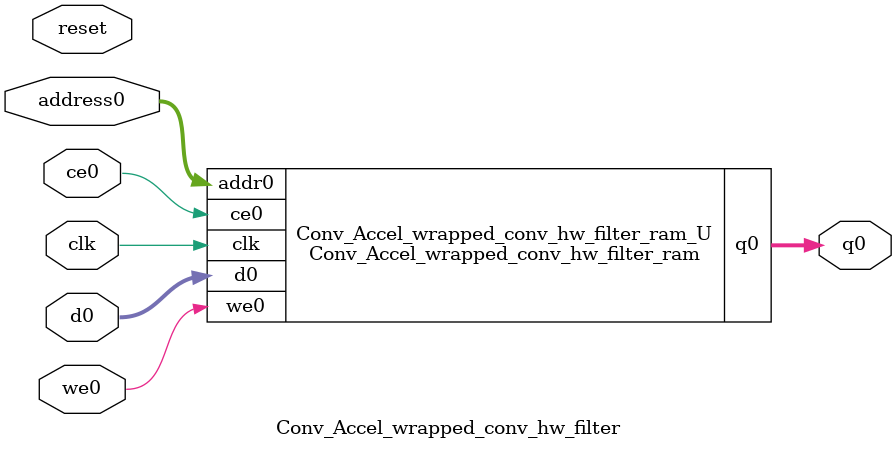
<source format=v>

`timescale 1 ns / 1 ps
module Conv_Accel_wrapped_conv_hw_filter_ram (addr0, ce0, d0, we0, q0,  clk);

parameter DWIDTH = 32;
parameter AWIDTH = 10;
parameter MEM_SIZE = 750;

input[AWIDTH-1:0] addr0;
input ce0;
input[DWIDTH-1:0] d0;
input we0;
output reg[DWIDTH-1:0] q0;
input clk;

(* ram_style = "block" *)reg [DWIDTH-1:0] ram[MEM_SIZE-1:0];




always @(posedge clk)  
begin 
    if (ce0) 
    begin
        if (we0) 
        begin 
            ram[addr0] <= d0; 
            q0 <= d0;
        end 
        else 
            q0 <= ram[addr0];
    end
end


endmodule


`timescale 1 ns / 1 ps
module Conv_Accel_wrapped_conv_hw_filter(
    reset,
    clk,
    address0,
    ce0,
    we0,
    d0,
    q0);

parameter DataWidth = 32'd32;
parameter AddressRange = 32'd750;
parameter AddressWidth = 32'd10;
input reset;
input clk;
input[AddressWidth - 1:0] address0;
input ce0;
input we0;
input[DataWidth - 1:0] d0;
output[DataWidth - 1:0] q0;



Conv_Accel_wrapped_conv_hw_filter_ram Conv_Accel_wrapped_conv_hw_filter_ram_U(
    .clk( clk ),
    .addr0( address0 ),
    .ce0( ce0 ),
    .d0( d0 ),
    .we0( we0 ),
    .q0( q0 ));

endmodule


</source>
